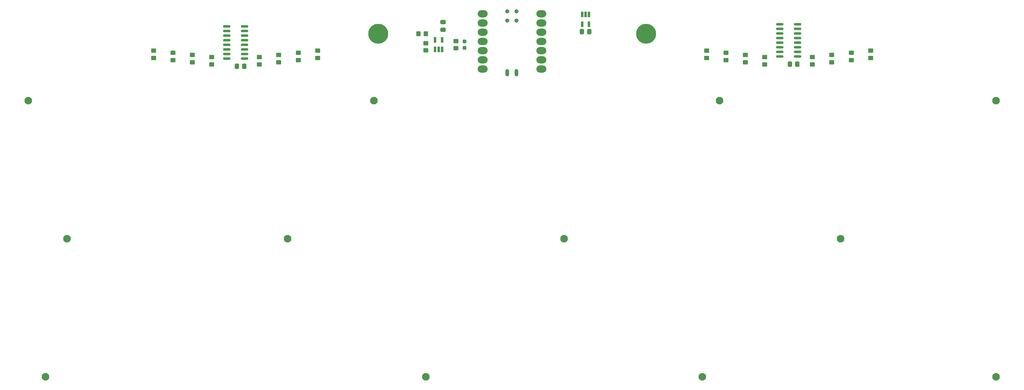
<source format=gbr>
%TF.GenerationSoftware,KiCad,Pcbnew,(6.0.7-1)-1*%
%TF.CreationDate,2022-09-28T22:03:46+09:00*%
%TF.ProjectId,tc69,74633639-2e6b-4696-9361-645f70636258,rev?*%
%TF.SameCoordinates,Original*%
%TF.FileFunction,Soldermask,Bot*%
%TF.FilePolarity,Negative*%
%FSLAX46Y46*%
G04 Gerber Fmt 4.6, Leading zero omitted, Abs format (unit mm)*
G04 Created by KiCad (PCBNEW (6.0.7-1)-1) date 2022-09-28 22:03:46*
%MOMM*%
%LPD*%
G01*
G04 APERTURE LIST*
G04 Aperture macros list*
%AMRoundRect*
0 Rectangle with rounded corners*
0 $1 Rounding radius*
0 $2 $3 $4 $5 $6 $7 $8 $9 X,Y pos of 4 corners*
0 Add a 4 corners polygon primitive as box body*
4,1,4,$2,$3,$4,$5,$6,$7,$8,$9,$2,$3,0*
0 Add four circle primitives for the rounded corners*
1,1,$1+$1,$2,$3*
1,1,$1+$1,$4,$5*
1,1,$1+$1,$6,$7*
1,1,$1+$1,$8,$9*
0 Add four rect primitives between the rounded corners*
20,1,$1+$1,$2,$3,$4,$5,0*
20,1,$1+$1,$4,$5,$6,$7,0*
20,1,$1+$1,$6,$7,$8,$9,0*
20,1,$1+$1,$8,$9,$2,$3,0*%
G04 Aperture macros list end*
%ADD10C,2.100000*%
%ADD11C,5.500000*%
%ADD12RoundRect,0.249999X-0.450001X0.350001X-0.450001X-0.350001X0.450001X-0.350001X0.450001X0.350001X0*%
%ADD13RoundRect,0.250000X-0.337500X-0.475000X0.337500X-0.475000X0.337500X0.475000X-0.337500X0.475000X0*%
%ADD14RoundRect,0.150000X-0.825000X-0.150000X0.825000X-0.150000X0.825000X0.150000X-0.825000X0.150000X0*%
%ADD15RoundRect,0.249999X0.450001X-0.350001X0.450001X0.350001X-0.450001X0.350001X-0.450001X-0.350001X0*%
%ADD16O,2.748280X1.998980*%
%ADD17O,1.016000X2.032000*%
%ADD18C,1.143000*%
%ADD19R,0.650000X1.560000*%
%ADD20RoundRect,0.250000X-0.475000X0.337500X-0.475000X-0.337500X0.475000X-0.337500X0.475000X0.337500X0*%
%ADD21RoundRect,0.250000X0.337500X0.475000X-0.337500X0.475000X-0.337500X-0.475000X0.337500X-0.475000X0*%
%ADD22RoundRect,0.237500X-0.237500X0.300000X-0.237500X-0.300000X0.237500X-0.300000X0.237500X0.300000X0*%
%ADD23RoundRect,0.249999X0.350001X0.450001X-0.350001X0.450001X-0.350001X-0.450001X0.350001X-0.450001X0*%
G04 APERTURE END LIST*
D10*
%TO.C,REF\u002A\u002A*%
X13692199Y-47029727D03*
%TD*%
%TO.C,REF\u002A\u002A*%
X18454703Y-123229791D03*
%TD*%
%TO.C,REF\u002A\u002A*%
X237529887Y-85129759D03*
%TD*%
D11*
%TO.C,REF\u002A\u002A*%
X183951717Y-28575024D03*
%TD*%
%TO.C,REF\u002A\u002A*%
X110132905Y-28575024D03*
%TD*%
D10*
%TO.C,REF\u002A\u002A*%
X199430525Y-123229791D03*
%TD*%
%TO.C,REF\u002A\u002A*%
X280392423Y-47029727D03*
%TD*%
%TO.C,REF\u002A\u002A*%
X161329823Y-85129759D03*
%TD*%
%TO.C,REF\u002A\u002A*%
X85129759Y-85129759D03*
%TD*%
%TO.C,REF\u002A\u002A*%
X108942279Y-47029727D03*
%TD*%
%TO.C,REF\u002A\u002A*%
X280392423Y-123229791D03*
%TD*%
%TO.C,REF\u002A\u002A*%
X123229791Y-123229791D03*
%TD*%
%TO.C,REF\u002A\u002A*%
X24407833Y-85129759D03*
%TD*%
%TO.C,REF\u002A\u002A*%
X204192359Y-47029727D03*
%TD*%
D12*
%TO.C,R7*%
X64293804Y-34996906D03*
X64293804Y-36996906D03*
%TD*%
%TO.C,R18*%
X240506452Y-33806280D03*
X240506452Y-35806280D03*
%TD*%
D13*
%TO.C,C6*%
X223586127Y-36909406D03*
X225661127Y-36909406D03*
%TD*%
D12*
%TO.C,R12*%
X200620481Y-33210967D03*
X200620481Y-35210967D03*
%TD*%
%TO.C,R11*%
X93464141Y-33210967D03*
X93464141Y-35210967D03*
%TD*%
%TO.C,R17*%
X235148635Y-34401593D03*
X235148635Y-36401593D03*
%TD*%
D14*
%TO.C,U5*%
X220767375Y-34805963D03*
X220767375Y-33535963D03*
X220767375Y-32265963D03*
X220767375Y-30995963D03*
X220767375Y-29725963D03*
X220767375Y-28455963D03*
X220767375Y-27185963D03*
X220767375Y-25915963D03*
X225717375Y-25915963D03*
X225717375Y-27185963D03*
X225717375Y-28455963D03*
X225717375Y-29725963D03*
X225717375Y-30995963D03*
X225717375Y-32265963D03*
X225717375Y-33535963D03*
X225717375Y-34805963D03*
%TD*%
D13*
%TO.C,C5*%
X71185999Y-37504719D03*
X73260999Y-37504719D03*
%TD*%
D15*
%TO.C,R3*%
X131564173Y-32551589D03*
X131564173Y-30551589D03*
%TD*%
%TO.C,R2*%
X123229791Y-33146902D03*
X123229791Y-31146902D03*
%TD*%
D16*
%TO.C,U1*%
X155138886Y-23018780D03*
X155138886Y-25558780D03*
X155138886Y-28098780D03*
X155138886Y-30638780D03*
X155138886Y-33178780D03*
X155138886Y-35718780D03*
X155138886Y-38258780D03*
X138974326Y-38258780D03*
X138974326Y-35718780D03*
X138974326Y-33178780D03*
X138974326Y-30638780D03*
X138974326Y-28098780D03*
X138974326Y-25558780D03*
X138974326Y-23018780D03*
D17*
X148272006Y-39336600D03*
X145722006Y-39336600D03*
D18*
X148273203Y-22332413D03*
X145733203Y-22332413D03*
X148273203Y-24872413D03*
X145733203Y-24872413D03*
%TD*%
D19*
%TO.C,U2*%
X166332953Y-23217207D03*
X167282953Y-23217207D03*
X168232953Y-23217207D03*
X168232953Y-25917207D03*
X166332953Y-25917207D03*
%TD*%
%TO.C,U3*%
X127751669Y-32901589D03*
X126801669Y-32901589D03*
X125851669Y-32901589D03*
X125851669Y-30201589D03*
X127751669Y-30201589D03*
%TD*%
D14*
%TO.C,U4*%
X68367247Y-35401276D03*
X68367247Y-34131276D03*
X68367247Y-32861276D03*
X68367247Y-31591276D03*
X68367247Y-30321276D03*
X68367247Y-29051276D03*
X68367247Y-27781276D03*
X68367247Y-26511276D03*
X73317247Y-26511276D03*
X73317247Y-27781276D03*
X73317247Y-29051276D03*
X73317247Y-30321276D03*
X73317247Y-31591276D03*
X73317247Y-32861276D03*
X73317247Y-34131276D03*
X73317247Y-35401276D03*
%TD*%
D20*
%TO.C,C4*%
X127992295Y-25346898D03*
X127992295Y-27421898D03*
%TD*%
D21*
%TO.C,C1*%
X168320453Y-27979711D03*
X166245453Y-27979711D03*
%TD*%
D12*
%TO.C,R13*%
X205978298Y-33806280D03*
X205978298Y-35806280D03*
%TD*%
%TO.C,R6*%
X58935987Y-34401593D03*
X58935987Y-36401593D03*
%TD*%
D22*
%TO.C,C2*%
X133945425Y-30689089D03*
X133945425Y-32414089D03*
%TD*%
D12*
%TO.C,R19*%
X245864269Y-33210967D03*
X245864269Y-35210967D03*
%TD*%
D23*
%TO.C,R1*%
X123229791Y-28575024D03*
X121229791Y-28575024D03*
%TD*%
D12*
%TO.C,R4*%
X48220353Y-33210967D03*
X48220353Y-35210967D03*
%TD*%
%TO.C,R5*%
X53578170Y-33806280D03*
X53578170Y-35806280D03*
%TD*%
%TO.C,R8*%
X77390690Y-34996906D03*
X77390690Y-36996906D03*
%TD*%
%TO.C,R9*%
X82748507Y-34401593D03*
X82748507Y-36401593D03*
%TD*%
%TO.C,R10*%
X88106324Y-33806280D03*
X88106324Y-35806280D03*
%TD*%
%TO.C,R14*%
X211336115Y-34401593D03*
X211336115Y-36401593D03*
%TD*%
%TO.C,R15*%
X216693932Y-34996906D03*
X216693932Y-36996906D03*
%TD*%
%TO.C,R16*%
X229790818Y-34996906D03*
X229790818Y-36996906D03*
%TD*%
M02*

</source>
